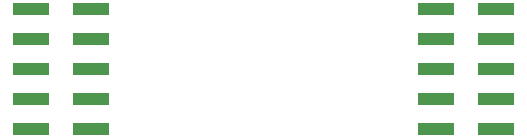
<source format=gbp>
G04 #@! TF.GenerationSoftware,KiCad,Pcbnew,(5.1.10-1-10_14)*
G04 #@! TF.CreationDate,2021-10-31T20:43:21-04:00*
G04 #@! TF.ProjectId,Readout-DC-Board,52656164-6f75-4742-9d44-432d426f6172,rev?*
G04 #@! TF.SameCoordinates,Original*
G04 #@! TF.FileFunction,Paste,Bot*
G04 #@! TF.FilePolarity,Positive*
%FSLAX46Y46*%
G04 Gerber Fmt 4.6, Leading zero omitted, Abs format (unit mm)*
G04 Created by KiCad (PCBNEW (5.1.10-1-10_14)) date 2021-10-31 20:43:21*
%MOMM*%
%LPD*%
G01*
G04 APERTURE LIST*
%ADD10R,3.150000X1.000000*%
G04 APERTURE END LIST*
D10*
X85710000Y-106680000D03*
X80660000Y-106680000D03*
X85710000Y-109220000D03*
X80660000Y-109220000D03*
X85710000Y-111760000D03*
X80660000Y-111760000D03*
X85710000Y-114300000D03*
X80660000Y-114300000D03*
X85710000Y-116840000D03*
X80660000Y-116840000D03*
X120000000Y-106680000D03*
X114950000Y-106680000D03*
X120000000Y-109220000D03*
X114950000Y-109220000D03*
X120000000Y-111760000D03*
X114950000Y-111760000D03*
X120000000Y-114300000D03*
X114950000Y-114300000D03*
X120000000Y-116840000D03*
X114950000Y-116840000D03*
M02*

</source>
